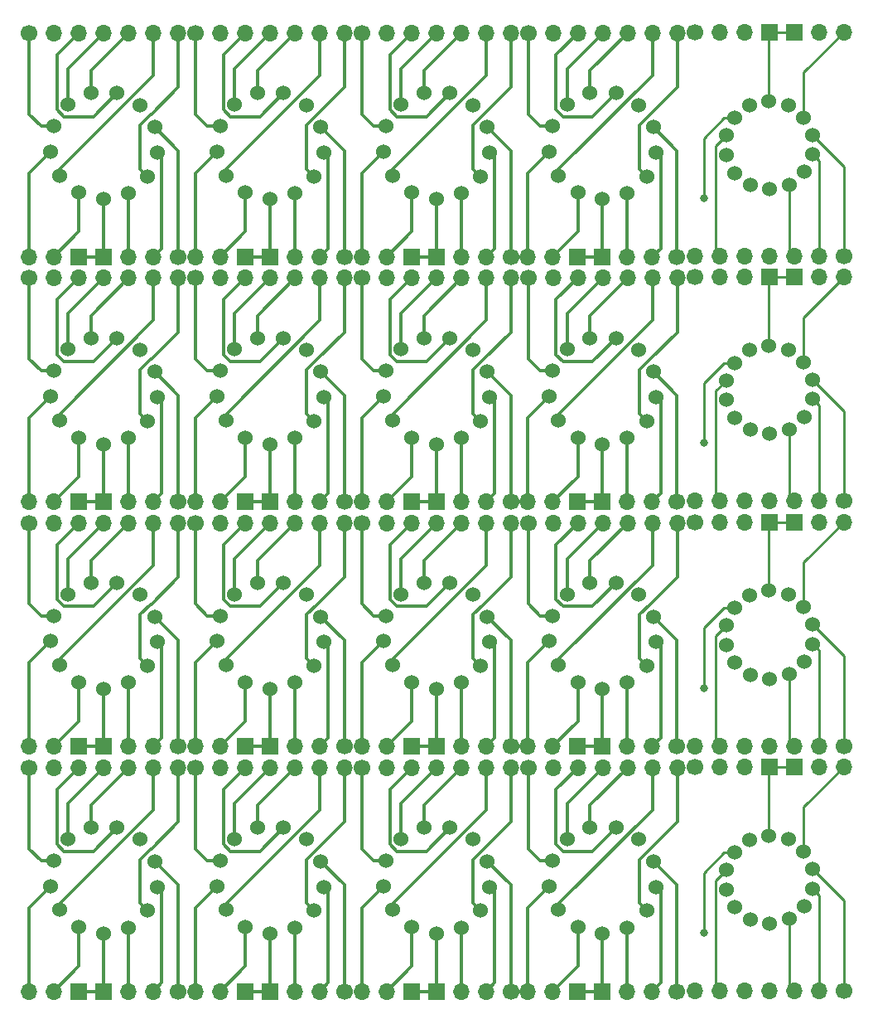
<source format=gtl>
G04 #@! TF.GenerationSoftware,KiCad,Pcbnew,(5.1.9)-1*
G04 #@! TF.CreationDate,2021-02-11T13:51:56+09:00*
G04 #@! TF.ProjectId,nixe-board-order,6e697865-2d62-46f6-9172-642d6f726465,rev?*
G04 #@! TF.SameCoordinates,Original*
G04 #@! TF.FileFunction,Copper,L1,Top*
G04 #@! TF.FilePolarity,Positive*
%FSLAX46Y46*%
G04 Gerber Fmt 4.6, Leading zero omitted, Abs format (unit mm)*
G04 Created by KiCad (PCBNEW (5.1.9)-1) date 2021-02-11 13:51:56*
%MOMM*%
%LPD*%
G01*
G04 APERTURE LIST*
G04 #@! TA.AperFunction,ComponentPad*
%ADD10C,1.524000*%
G04 #@! TD*
G04 #@! TA.AperFunction,ComponentPad*
%ADD11C,1.700000*%
G04 #@! TD*
G04 #@! TA.AperFunction,ComponentPad*
%ADD12O,1.700000X1.700000*%
G04 #@! TD*
G04 #@! TA.AperFunction,ComponentPad*
%ADD13R,1.700000X1.700000*%
G04 #@! TD*
G04 #@! TA.AperFunction,ViaPad*
%ADD14C,0.800000*%
G04 #@! TD*
G04 #@! TA.AperFunction,Conductor*
%ADD15C,0.300000*%
G04 #@! TD*
G04 #@! TA.AperFunction,Conductor*
%ADD16C,0.250000*%
G04 #@! TD*
G04 APERTURE END LIST*
D10*
X31940000Y-121440000D03*
X33910000Y-119730000D03*
X34880000Y-117290000D03*
X34610000Y-114690000D03*
X33120000Y-112450000D03*
X30780000Y-111230000D03*
X28120000Y-111230000D03*
X25770000Y-112410000D03*
X24300000Y-114610000D03*
X23970000Y-117210000D03*
X24900000Y-119640000D03*
X26880000Y-121390000D03*
X29400000Y-122080000D03*
X31940000Y-96440000D03*
X33910000Y-94730000D03*
X34880000Y-92290000D03*
X34610000Y-89690000D03*
X33120000Y-87450000D03*
X30780000Y-86230000D03*
X28120000Y-86230000D03*
X25770000Y-87410000D03*
X24300000Y-89610000D03*
X23970000Y-92210000D03*
X24900000Y-94640000D03*
X26880000Y-96390000D03*
X29400000Y-97080000D03*
X31940000Y-71440000D03*
X33910000Y-69730000D03*
X34880000Y-67290000D03*
X34610000Y-64690000D03*
X33120000Y-62450000D03*
X30780000Y-61230000D03*
X28120000Y-61230000D03*
X25770000Y-62410000D03*
X24300000Y-64610000D03*
X23970000Y-67210000D03*
X24900000Y-69640000D03*
X26880000Y-71390000D03*
X29400000Y-72080000D03*
D11*
X37020000Y-127950000D03*
D12*
X34480000Y-127950000D03*
X31940000Y-127950000D03*
D13*
X29400000Y-127950000D03*
X26860000Y-127950000D03*
D12*
X24320000Y-127950000D03*
X21780000Y-127950000D03*
D11*
X37020000Y-102950000D03*
D12*
X34480000Y-102950000D03*
X31940000Y-102950000D03*
D13*
X29400000Y-102950000D03*
X26860000Y-102950000D03*
D12*
X24320000Y-102950000D03*
X21780000Y-102950000D03*
D11*
X37020000Y-77950000D03*
D12*
X34480000Y-77950000D03*
X31940000Y-77950000D03*
D13*
X29400000Y-77950000D03*
X26860000Y-77950000D03*
D12*
X24320000Y-77950000D03*
X21780000Y-77950000D03*
D11*
X89810000Y-105030000D03*
D12*
X92350000Y-105030000D03*
X94890000Y-105030000D03*
D13*
X97430000Y-105030000D03*
X99970000Y-105030000D03*
D12*
X102510000Y-105030000D03*
X105050000Y-105030000D03*
D11*
X89810000Y-80030000D03*
D12*
X92350000Y-80030000D03*
X94890000Y-80030000D03*
D13*
X97430000Y-80030000D03*
X99970000Y-80030000D03*
D12*
X102510000Y-80030000D03*
X105050000Y-80030000D03*
D11*
X89810000Y-55030000D03*
D12*
X92350000Y-55030000D03*
X94890000Y-55030000D03*
D13*
X97430000Y-55030000D03*
X99970000Y-55030000D03*
D12*
X102510000Y-55030000D03*
X105050000Y-55030000D03*
D10*
X97440000Y-121040000D03*
X95510000Y-120620000D03*
X93920000Y-119390000D03*
X93070000Y-117560000D03*
X93060000Y-115570000D03*
X93900000Y-113770000D03*
X95460000Y-112490000D03*
X97410000Y-112040000D03*
X99370000Y-112450000D03*
X100950000Y-113710000D03*
X101830000Y-115500000D03*
X101850000Y-117490000D03*
X101030000Y-119290000D03*
X99480000Y-120570000D03*
X97440000Y-96040000D03*
X95510000Y-95620000D03*
X93920000Y-94390000D03*
X93070000Y-92560000D03*
X93060000Y-90570000D03*
X93900000Y-88770000D03*
X95460000Y-87490000D03*
X97410000Y-87040000D03*
X99370000Y-87450000D03*
X100950000Y-88710000D03*
X101830000Y-90500000D03*
X101850000Y-92490000D03*
X101030000Y-94290000D03*
X99480000Y-95570000D03*
X97440000Y-71040000D03*
X95510000Y-70620000D03*
X93920000Y-69390000D03*
X93070000Y-67560000D03*
X93060000Y-65570000D03*
X93900000Y-63770000D03*
X95460000Y-62490000D03*
X97410000Y-62040000D03*
X99370000Y-62450000D03*
X100950000Y-63710000D03*
X101830000Y-65500000D03*
X101850000Y-67490000D03*
X101030000Y-69290000D03*
X99480000Y-70570000D03*
D11*
X21790000Y-105120000D03*
D12*
X24330000Y-105120000D03*
X26870000Y-105120000D03*
X29410000Y-105120000D03*
X31950000Y-105120000D03*
X34490000Y-105120000D03*
X37030000Y-105120000D03*
D11*
X21790000Y-80120000D03*
D12*
X24330000Y-80120000D03*
X26870000Y-80120000D03*
X29410000Y-80120000D03*
X31950000Y-80120000D03*
X34490000Y-80120000D03*
X37030000Y-80120000D03*
D11*
X21790000Y-55120000D03*
D12*
X24330000Y-55120000D03*
X26870000Y-55120000D03*
X29410000Y-55120000D03*
X31950000Y-55120000D03*
X34490000Y-55120000D03*
X37030000Y-55120000D03*
D11*
X105040000Y-127890000D03*
D12*
X102500000Y-127890000D03*
X99960000Y-127890000D03*
X97420000Y-127890000D03*
X94880000Y-127890000D03*
X92340000Y-127890000D03*
X89800000Y-127890000D03*
D11*
X105040000Y-102890000D03*
D12*
X102500000Y-102890000D03*
X99960000Y-102890000D03*
X97420000Y-102890000D03*
X94880000Y-102890000D03*
X92340000Y-102890000D03*
X89800000Y-102890000D03*
D11*
X105040000Y-77890000D03*
D12*
X102500000Y-77890000D03*
X99960000Y-77890000D03*
X97420000Y-77890000D03*
X94880000Y-77890000D03*
X92340000Y-77890000D03*
X89800000Y-77890000D03*
X54030000Y-105120000D03*
X51490000Y-105120000D03*
X48950000Y-105120000D03*
X46410000Y-105120000D03*
X43870000Y-105120000D03*
X41330000Y-105120000D03*
D11*
X38790000Y-105120000D03*
D12*
X54030000Y-80120000D03*
X51490000Y-80120000D03*
X48950000Y-80120000D03*
X46410000Y-80120000D03*
X43870000Y-80120000D03*
X41330000Y-80120000D03*
D11*
X38790000Y-80120000D03*
D12*
X54030000Y-55120000D03*
X51490000Y-55120000D03*
X48950000Y-55120000D03*
X46410000Y-55120000D03*
X43870000Y-55120000D03*
X41330000Y-55120000D03*
D11*
X38790000Y-55120000D03*
D12*
X71030000Y-105120000D03*
X68490000Y-105120000D03*
X65950000Y-105120000D03*
X63410000Y-105120000D03*
X60870000Y-105120000D03*
X58330000Y-105120000D03*
D11*
X55790000Y-105120000D03*
D12*
X71030000Y-80120000D03*
X68490000Y-80120000D03*
X65950000Y-80120000D03*
X63410000Y-80120000D03*
X60870000Y-80120000D03*
X58330000Y-80120000D03*
D11*
X55790000Y-80120000D03*
D12*
X71030000Y-55120000D03*
X68490000Y-55120000D03*
X65950000Y-55120000D03*
X63410000Y-55120000D03*
X60870000Y-55120000D03*
X58330000Y-55120000D03*
D11*
X55790000Y-55120000D03*
D12*
X38780000Y-127950000D03*
X41320000Y-127950000D03*
D13*
X43860000Y-127950000D03*
X46400000Y-127950000D03*
D12*
X48940000Y-127950000D03*
X51480000Y-127950000D03*
D11*
X54020000Y-127950000D03*
D12*
X38780000Y-102950000D03*
X41320000Y-102950000D03*
D13*
X43860000Y-102950000D03*
X46400000Y-102950000D03*
D12*
X48940000Y-102950000D03*
X51480000Y-102950000D03*
D11*
X54020000Y-102950000D03*
D12*
X38780000Y-77950000D03*
X41320000Y-77950000D03*
D13*
X43860000Y-77950000D03*
X46400000Y-77950000D03*
D12*
X48940000Y-77950000D03*
X51480000Y-77950000D03*
D11*
X54020000Y-77950000D03*
D12*
X55780000Y-127950000D03*
X58320000Y-127950000D03*
D13*
X60860000Y-127950000D03*
X63400000Y-127950000D03*
D12*
X65940000Y-127950000D03*
X68480000Y-127950000D03*
D11*
X71020000Y-127950000D03*
D12*
X55780000Y-102950000D03*
X58320000Y-102950000D03*
D13*
X60860000Y-102950000D03*
X63400000Y-102950000D03*
D12*
X65940000Y-102950000D03*
X68480000Y-102950000D03*
D11*
X71020000Y-102950000D03*
D12*
X55780000Y-77950000D03*
X58320000Y-77950000D03*
D13*
X60860000Y-77950000D03*
X63400000Y-77950000D03*
D12*
X65940000Y-77950000D03*
X68480000Y-77950000D03*
D11*
X71020000Y-77950000D03*
D12*
X72780000Y-127950000D03*
X75320000Y-127950000D03*
D13*
X77860000Y-127950000D03*
X80400000Y-127950000D03*
D12*
X82940000Y-127950000D03*
X85480000Y-127950000D03*
D11*
X88020000Y-127950000D03*
D12*
X72780000Y-102950000D03*
X75320000Y-102950000D03*
D13*
X77860000Y-102950000D03*
X80400000Y-102950000D03*
D12*
X82940000Y-102950000D03*
X85480000Y-102950000D03*
D11*
X88020000Y-102950000D03*
D12*
X72780000Y-77950000D03*
X75320000Y-77950000D03*
D13*
X77860000Y-77950000D03*
X80400000Y-77950000D03*
D12*
X82940000Y-77950000D03*
X85480000Y-77950000D03*
D11*
X88020000Y-77950000D03*
D10*
X80400000Y-122080000D03*
X77880000Y-121390000D03*
X75900000Y-119640000D03*
X74970000Y-117210000D03*
X75300000Y-114610000D03*
X76770000Y-112410000D03*
X79120000Y-111230000D03*
X81780000Y-111230000D03*
X84120000Y-112450000D03*
X85610000Y-114690000D03*
X85880000Y-117290000D03*
X84910000Y-119730000D03*
X82940000Y-121440000D03*
X80400000Y-97080000D03*
X77880000Y-96390000D03*
X75900000Y-94640000D03*
X74970000Y-92210000D03*
X75300000Y-89610000D03*
X76770000Y-87410000D03*
X79120000Y-86230000D03*
X81780000Y-86230000D03*
X84120000Y-87450000D03*
X85610000Y-89690000D03*
X85880000Y-92290000D03*
X84910000Y-94730000D03*
X82940000Y-96440000D03*
X80400000Y-72080000D03*
X77880000Y-71390000D03*
X75900000Y-69640000D03*
X74970000Y-67210000D03*
X75300000Y-64610000D03*
X76770000Y-62410000D03*
X79120000Y-61230000D03*
X81780000Y-61230000D03*
X84120000Y-62450000D03*
X85610000Y-64690000D03*
X85880000Y-67290000D03*
X84910000Y-69730000D03*
X82940000Y-71440000D03*
X46400000Y-122080000D03*
X43880000Y-121390000D03*
X41900000Y-119640000D03*
X40970000Y-117210000D03*
X41300000Y-114610000D03*
X42770000Y-112410000D03*
X45120000Y-111230000D03*
X47780000Y-111230000D03*
X50120000Y-112450000D03*
X51610000Y-114690000D03*
X51880000Y-117290000D03*
X50910000Y-119730000D03*
X48940000Y-121440000D03*
X46400000Y-97080000D03*
X43880000Y-96390000D03*
X41900000Y-94640000D03*
X40970000Y-92210000D03*
X41300000Y-89610000D03*
X42770000Y-87410000D03*
X45120000Y-86230000D03*
X47780000Y-86230000D03*
X50120000Y-87450000D03*
X51610000Y-89690000D03*
X51880000Y-92290000D03*
X50910000Y-94730000D03*
X48940000Y-96440000D03*
X46400000Y-72080000D03*
X43880000Y-71390000D03*
X41900000Y-69640000D03*
X40970000Y-67210000D03*
X41300000Y-64610000D03*
X42770000Y-62410000D03*
X45120000Y-61230000D03*
X47780000Y-61230000D03*
X50120000Y-62450000D03*
X51610000Y-64690000D03*
X51880000Y-67290000D03*
X50910000Y-69730000D03*
X48940000Y-71440000D03*
X63400000Y-122080000D03*
X60880000Y-121390000D03*
X58900000Y-119640000D03*
X57970000Y-117210000D03*
X58300000Y-114610000D03*
X59770000Y-112410000D03*
X62120000Y-111230000D03*
X64780000Y-111230000D03*
X67120000Y-112450000D03*
X68610000Y-114690000D03*
X68880000Y-117290000D03*
X67910000Y-119730000D03*
X65940000Y-121440000D03*
X63400000Y-97080000D03*
X60880000Y-96390000D03*
X58900000Y-94640000D03*
X57970000Y-92210000D03*
X58300000Y-89610000D03*
X59770000Y-87410000D03*
X62120000Y-86230000D03*
X64780000Y-86230000D03*
X67120000Y-87450000D03*
X68610000Y-89690000D03*
X68880000Y-92290000D03*
X67910000Y-94730000D03*
X65940000Y-96440000D03*
X63400000Y-72080000D03*
X60880000Y-71390000D03*
X58900000Y-69640000D03*
X57970000Y-67210000D03*
X58300000Y-64610000D03*
X59770000Y-62410000D03*
X62120000Y-61230000D03*
X64780000Y-61230000D03*
X67120000Y-62450000D03*
X68610000Y-64690000D03*
X68880000Y-67290000D03*
X67910000Y-69730000D03*
X65940000Y-71440000D03*
D12*
X88030000Y-105120000D03*
X85490000Y-105120000D03*
X82950000Y-105120000D03*
X80410000Y-105120000D03*
X77870000Y-105120000D03*
X75330000Y-105120000D03*
D11*
X72790000Y-105120000D03*
D12*
X88030000Y-80120000D03*
X85490000Y-80120000D03*
X82950000Y-80120000D03*
X80410000Y-80120000D03*
X77870000Y-80120000D03*
X75330000Y-80120000D03*
D11*
X72790000Y-80120000D03*
D12*
X88030000Y-55120000D03*
X85490000Y-55120000D03*
X82950000Y-55120000D03*
X80410000Y-55120000D03*
X77870000Y-55120000D03*
X75330000Y-55120000D03*
D11*
X72790000Y-55120000D03*
D10*
X82940000Y-46440000D03*
X84910000Y-44730000D03*
X85880000Y-42290000D03*
X85610000Y-39690000D03*
X84120000Y-37450000D03*
X81780000Y-36230000D03*
X79120000Y-36230000D03*
X76770000Y-37410000D03*
X75300000Y-39610000D03*
X74970000Y-42210000D03*
X75900000Y-44640000D03*
X77880000Y-46390000D03*
X80400000Y-47080000D03*
X65940000Y-46440000D03*
X67910000Y-44730000D03*
X68880000Y-42290000D03*
X68610000Y-39690000D03*
X67120000Y-37450000D03*
X64780000Y-36230000D03*
X62120000Y-36230000D03*
X59770000Y-37410000D03*
X58300000Y-39610000D03*
X57970000Y-42210000D03*
X58900000Y-44640000D03*
X60880000Y-46390000D03*
X63400000Y-47080000D03*
X48940000Y-46440000D03*
X50910000Y-44730000D03*
X51880000Y-42290000D03*
X51610000Y-39690000D03*
X50120000Y-37450000D03*
X47780000Y-36230000D03*
X45120000Y-36230000D03*
X42770000Y-37410000D03*
X41300000Y-39610000D03*
X40970000Y-42210000D03*
X41900000Y-44640000D03*
X43880000Y-46390000D03*
X46400000Y-47080000D03*
D11*
X88020000Y-52950000D03*
D12*
X85480000Y-52950000D03*
X82940000Y-52950000D03*
D13*
X80400000Y-52950000D03*
X77860000Y-52950000D03*
D12*
X75320000Y-52950000D03*
X72780000Y-52950000D03*
D11*
X71020000Y-52950000D03*
D12*
X68480000Y-52950000D03*
X65940000Y-52950000D03*
D13*
X63400000Y-52950000D03*
X60860000Y-52950000D03*
D12*
X58320000Y-52950000D03*
X55780000Y-52950000D03*
D11*
X54020000Y-52950000D03*
D12*
X51480000Y-52950000D03*
X48940000Y-52950000D03*
D13*
X46400000Y-52950000D03*
X43860000Y-52950000D03*
D12*
X41320000Y-52950000D03*
X38780000Y-52950000D03*
D11*
X72790000Y-30120000D03*
D12*
X75330000Y-30120000D03*
X77870000Y-30120000D03*
X80410000Y-30120000D03*
X82950000Y-30120000D03*
X85490000Y-30120000D03*
X88030000Y-30120000D03*
D11*
X55790000Y-30120000D03*
D12*
X58330000Y-30120000D03*
X60870000Y-30120000D03*
X63410000Y-30120000D03*
X65950000Y-30120000D03*
X68490000Y-30120000D03*
X71030000Y-30120000D03*
D11*
X38790000Y-30120000D03*
D12*
X41330000Y-30120000D03*
X43870000Y-30120000D03*
X46410000Y-30120000D03*
X48950000Y-30120000D03*
X51490000Y-30120000D03*
X54030000Y-30120000D03*
D10*
X29400000Y-47080000D03*
X26880000Y-46390000D03*
X24900000Y-44640000D03*
X23970000Y-42210000D03*
X24300000Y-39610000D03*
X25770000Y-37410000D03*
X28120000Y-36230000D03*
X30780000Y-36230000D03*
X33120000Y-37450000D03*
X34610000Y-39690000D03*
X34880000Y-42290000D03*
X33910000Y-44730000D03*
X31940000Y-46440000D03*
D12*
X21780000Y-52950000D03*
X24320000Y-52950000D03*
D13*
X26860000Y-52950000D03*
X29400000Y-52950000D03*
D12*
X31940000Y-52950000D03*
X34480000Y-52950000D03*
D11*
X37020000Y-52950000D03*
D12*
X37030000Y-30120000D03*
X34490000Y-30120000D03*
X31950000Y-30120000D03*
X29410000Y-30120000D03*
X26870000Y-30120000D03*
X24330000Y-30120000D03*
D11*
X21790000Y-30120000D03*
D12*
X89800000Y-52890000D03*
X92340000Y-52890000D03*
X94880000Y-52890000D03*
X97420000Y-52890000D03*
X99960000Y-52890000D03*
X102500000Y-52890000D03*
D11*
X105040000Y-52890000D03*
D12*
X105050000Y-30030000D03*
X102510000Y-30030000D03*
D13*
X99970000Y-30030000D03*
X97430000Y-30030000D03*
D12*
X94890000Y-30030000D03*
X92350000Y-30030000D03*
D11*
X89810000Y-30030000D03*
D10*
X99480000Y-45570000D03*
X101030000Y-44290000D03*
X101850000Y-42490000D03*
X101830000Y-40500000D03*
X100950000Y-38710000D03*
X99370000Y-37450000D03*
X97410000Y-37040000D03*
X95460000Y-37490000D03*
X93900000Y-38770000D03*
X93060000Y-40570000D03*
X93070000Y-42560000D03*
X93920000Y-44390000D03*
X95510000Y-45620000D03*
X97440000Y-46040000D03*
D14*
X90750000Y-46970000D03*
X90750000Y-71970000D03*
X90750000Y-96970000D03*
X90750000Y-121970000D03*
D15*
X21780000Y-44400000D02*
X21780000Y-52950000D01*
X23970000Y-42210000D02*
X21780000Y-44400000D01*
X38780000Y-44400000D02*
X38780000Y-52950000D01*
X55780000Y-44400000D02*
X55780000Y-52950000D01*
X72780000Y-44400000D02*
X72780000Y-52950000D01*
X40970000Y-42210000D02*
X38780000Y-44400000D01*
X57970000Y-42210000D02*
X55780000Y-44400000D01*
X74970000Y-42210000D02*
X72780000Y-44400000D01*
D16*
X100950000Y-34130000D02*
X105050000Y-30030000D01*
X100950000Y-38710000D02*
X100950000Y-34130000D01*
X100950000Y-63710000D02*
X100950000Y-59130000D01*
X100950000Y-88710000D02*
X100950000Y-84130000D01*
X100950000Y-113710000D02*
X100950000Y-109130000D01*
X100950000Y-59130000D02*
X105050000Y-55030000D01*
X100950000Y-84130000D02*
X105050000Y-80030000D01*
X100950000Y-109130000D02*
X105050000Y-105030000D01*
D15*
X21780000Y-69400000D02*
X21780000Y-77950000D01*
X21780000Y-94400000D02*
X21780000Y-102950000D01*
X21780000Y-119400000D02*
X21780000Y-127950000D01*
X38780000Y-69400000D02*
X38780000Y-77950000D01*
X38780000Y-94400000D02*
X38780000Y-102950000D01*
X38780000Y-119400000D02*
X38780000Y-127950000D01*
X55780000Y-69400000D02*
X55780000Y-77950000D01*
X55780000Y-94400000D02*
X55780000Y-102950000D01*
X55780000Y-119400000D02*
X55780000Y-127950000D01*
X23970000Y-67210000D02*
X21780000Y-69400000D01*
X23970000Y-92210000D02*
X21780000Y-94400000D01*
X23970000Y-117210000D02*
X21780000Y-119400000D01*
X72780000Y-69400000D02*
X72780000Y-77950000D01*
X72780000Y-94400000D02*
X72780000Y-102950000D01*
X72780000Y-119400000D02*
X72780000Y-127950000D01*
X40970000Y-67210000D02*
X38780000Y-69400000D01*
X40970000Y-92210000D02*
X38780000Y-94400000D01*
X40970000Y-117210000D02*
X38780000Y-119400000D01*
X57970000Y-67210000D02*
X55780000Y-69400000D01*
X57970000Y-92210000D02*
X55780000Y-94400000D01*
X57970000Y-117210000D02*
X55780000Y-119400000D01*
X74970000Y-67210000D02*
X72780000Y-69400000D01*
X74970000Y-92210000D02*
X72780000Y-94400000D01*
X74970000Y-117210000D02*
X72780000Y-119400000D01*
X26880000Y-50390000D02*
X24320000Y-52950000D01*
X26880000Y-46390000D02*
X26880000Y-50390000D01*
X43880000Y-46390000D02*
X43880000Y-50390000D01*
X60880000Y-46390000D02*
X60880000Y-50390000D01*
X77880000Y-46390000D02*
X77880000Y-50390000D01*
X43880000Y-50390000D02*
X41320000Y-52950000D01*
X60880000Y-50390000D02*
X58320000Y-52950000D01*
X77880000Y-50390000D02*
X75320000Y-52950000D01*
X43880000Y-75390000D02*
X41320000Y-77950000D01*
X43880000Y-100390000D02*
X41320000Y-102950000D01*
X43880000Y-125390000D02*
X41320000Y-127950000D01*
X77880000Y-75390000D02*
X75320000Y-77950000D01*
X77880000Y-100390000D02*
X75320000Y-102950000D01*
X77880000Y-125390000D02*
X75320000Y-127950000D01*
X60880000Y-75390000D02*
X58320000Y-77950000D01*
X60880000Y-100390000D02*
X58320000Y-102950000D01*
X60880000Y-125390000D02*
X58320000Y-127950000D01*
X43880000Y-71390000D02*
X43880000Y-75390000D01*
X43880000Y-96390000D02*
X43880000Y-100390000D01*
X43880000Y-121390000D02*
X43880000Y-125390000D01*
X26880000Y-75390000D02*
X24320000Y-77950000D01*
X26880000Y-100390000D02*
X24320000Y-102950000D01*
X26880000Y-125390000D02*
X24320000Y-127950000D01*
X26880000Y-71390000D02*
X26880000Y-75390000D01*
X26880000Y-96390000D02*
X26880000Y-100390000D01*
X26880000Y-121390000D02*
X26880000Y-125390000D01*
X60880000Y-71390000D02*
X60880000Y-75390000D01*
X60880000Y-96390000D02*
X60880000Y-100390000D01*
X60880000Y-121390000D02*
X60880000Y-125390000D01*
X77880000Y-71390000D02*
X77880000Y-75390000D01*
X77880000Y-96390000D02*
X77880000Y-100390000D01*
X77880000Y-121390000D02*
X77880000Y-125390000D01*
X29400000Y-47080000D02*
X29400000Y-52950000D01*
X29400000Y-52950000D02*
X26860000Y-52950000D01*
X46400000Y-52950000D02*
X43860000Y-52950000D01*
X63400000Y-52950000D02*
X60860000Y-52950000D01*
X80400000Y-52950000D02*
X77860000Y-52950000D01*
X46400000Y-47080000D02*
X46400000Y-52950000D01*
X63400000Y-47080000D02*
X63400000Y-52950000D01*
X80400000Y-47080000D02*
X80400000Y-52950000D01*
D16*
X97410000Y-30050000D02*
X97430000Y-30030000D01*
X97410000Y-37040000D02*
X97410000Y-30050000D01*
X97430000Y-30030000D02*
X99970000Y-30030000D01*
D15*
X80400000Y-77950000D02*
X77860000Y-77950000D01*
X80400000Y-102950000D02*
X77860000Y-102950000D01*
X80400000Y-127950000D02*
X77860000Y-127950000D01*
X46400000Y-72080000D02*
X46400000Y-77950000D01*
X46400000Y-97080000D02*
X46400000Y-102950000D01*
X46400000Y-122080000D02*
X46400000Y-127950000D01*
X29400000Y-77950000D02*
X26860000Y-77950000D01*
X29400000Y-102950000D02*
X26860000Y-102950000D01*
X29400000Y-127950000D02*
X26860000Y-127950000D01*
X29400000Y-72080000D02*
X29400000Y-77950000D01*
X29400000Y-97080000D02*
X29400000Y-102950000D01*
X29400000Y-122080000D02*
X29400000Y-127950000D01*
X46400000Y-77950000D02*
X43860000Y-77950000D01*
X46400000Y-102950000D02*
X43860000Y-102950000D01*
X46400000Y-127950000D02*
X43860000Y-127950000D01*
X63400000Y-77950000D02*
X60860000Y-77950000D01*
X63400000Y-102950000D02*
X60860000Y-102950000D01*
X63400000Y-127950000D02*
X60860000Y-127950000D01*
X80400000Y-72080000D02*
X80400000Y-77950000D01*
X80400000Y-97080000D02*
X80400000Y-102950000D01*
X80400000Y-122080000D02*
X80400000Y-127950000D01*
X63400000Y-72080000D02*
X63400000Y-77950000D01*
X63400000Y-97080000D02*
X63400000Y-102950000D01*
X63400000Y-122080000D02*
X63400000Y-127950000D01*
D16*
X97410000Y-62040000D02*
X97410000Y-55050000D01*
X97410000Y-87040000D02*
X97410000Y-80050000D01*
X97410000Y-112040000D02*
X97410000Y-105050000D01*
X97410000Y-55050000D02*
X97430000Y-55030000D01*
X97410000Y-80050000D02*
X97430000Y-80030000D01*
X97410000Y-105050000D02*
X97430000Y-105030000D01*
X97430000Y-55030000D02*
X99970000Y-55030000D01*
X97430000Y-80030000D02*
X99970000Y-80030000D01*
X97430000Y-105030000D02*
X99970000Y-105030000D01*
D15*
X31940000Y-52950000D02*
X31940000Y-46440000D01*
X48940000Y-52950000D02*
X48940000Y-46440000D01*
X65940000Y-52950000D02*
X65940000Y-46440000D01*
X82940000Y-52950000D02*
X82940000Y-46440000D01*
X65940000Y-77950000D02*
X65940000Y-71440000D01*
X65940000Y-102950000D02*
X65940000Y-96440000D01*
X65940000Y-127950000D02*
X65940000Y-121440000D01*
X31940000Y-77950000D02*
X31940000Y-71440000D01*
X31940000Y-102950000D02*
X31940000Y-96440000D01*
X31940000Y-127950000D02*
X31940000Y-121440000D01*
X82940000Y-77950000D02*
X82940000Y-71440000D01*
X82940000Y-102950000D02*
X82940000Y-96440000D01*
X82940000Y-127950000D02*
X82940000Y-121440000D01*
X48940000Y-77950000D02*
X48940000Y-71440000D01*
X48940000Y-102950000D02*
X48940000Y-96440000D01*
X48940000Y-127950000D02*
X48940000Y-121440000D01*
X35329999Y-42739999D02*
X34880000Y-42290000D01*
X35329999Y-52100001D02*
X35329999Y-42739999D01*
X34480000Y-52950000D02*
X35329999Y-52100001D01*
X51480000Y-52950000D02*
X52329999Y-52100001D01*
X68480000Y-52950000D02*
X69329999Y-52100001D01*
X85480000Y-52950000D02*
X86329999Y-52100001D01*
X52329999Y-52100001D02*
X52329999Y-42739999D01*
X69329999Y-52100001D02*
X69329999Y-42739999D01*
X86329999Y-52100001D02*
X86329999Y-42739999D01*
X52329999Y-42739999D02*
X51880000Y-42290000D01*
X69329999Y-42739999D02*
X68880000Y-42290000D01*
X86329999Y-42739999D02*
X85880000Y-42290000D01*
X52329999Y-77100001D02*
X52329999Y-67739999D01*
X52329999Y-102100001D02*
X52329999Y-92739999D01*
X52329999Y-127100001D02*
X52329999Y-117739999D01*
X35329999Y-67739999D02*
X34880000Y-67290000D01*
X35329999Y-92739999D02*
X34880000Y-92290000D01*
X35329999Y-117739999D02*
X34880000Y-117290000D01*
X34480000Y-77950000D02*
X35329999Y-77100001D01*
X34480000Y-102950000D02*
X35329999Y-102100001D01*
X34480000Y-127950000D02*
X35329999Y-127100001D01*
X35329999Y-77100001D02*
X35329999Y-67739999D01*
X35329999Y-102100001D02*
X35329999Y-92739999D01*
X35329999Y-127100001D02*
X35329999Y-117739999D01*
X51480000Y-77950000D02*
X52329999Y-77100001D01*
X51480000Y-102950000D02*
X52329999Y-102100001D01*
X51480000Y-127950000D02*
X52329999Y-127100001D01*
X86329999Y-77100001D02*
X86329999Y-67739999D01*
X86329999Y-102100001D02*
X86329999Y-92739999D01*
X86329999Y-127100001D02*
X86329999Y-117739999D01*
X52329999Y-67739999D02*
X51880000Y-67290000D01*
X52329999Y-92739999D02*
X51880000Y-92290000D01*
X52329999Y-117739999D02*
X51880000Y-117290000D01*
X69329999Y-67739999D02*
X68880000Y-67290000D01*
X69329999Y-92739999D02*
X68880000Y-92290000D01*
X69329999Y-117739999D02*
X68880000Y-117290000D01*
X68480000Y-77950000D02*
X69329999Y-77100001D01*
X68480000Y-102950000D02*
X69329999Y-102100001D01*
X68480000Y-127950000D02*
X69329999Y-127100001D01*
X85480000Y-77950000D02*
X86329999Y-77100001D01*
X85480000Y-102950000D02*
X86329999Y-102100001D01*
X85480000Y-127950000D02*
X86329999Y-127100001D01*
X69329999Y-77100001D02*
X69329999Y-67739999D01*
X69329999Y-102100001D02*
X69329999Y-92739999D01*
X69329999Y-127100001D02*
X69329999Y-117739999D01*
X86329999Y-67739999D02*
X85880000Y-67290000D01*
X86329999Y-92739999D02*
X85880000Y-92290000D01*
X86329999Y-117739999D02*
X85880000Y-117290000D01*
X37020000Y-42100000D02*
X34610000Y-39690000D01*
X37020000Y-52950000D02*
X37020000Y-42100000D01*
X54020000Y-42100000D02*
X51610000Y-39690000D01*
X71020000Y-42100000D02*
X68610000Y-39690000D01*
X88020000Y-42100000D02*
X85610000Y-39690000D01*
X54020000Y-52950000D02*
X54020000Y-42100000D01*
X71020000Y-52950000D02*
X71020000Y-42100000D01*
X88020000Y-52950000D02*
X88020000Y-42100000D01*
X37020000Y-67100000D02*
X34610000Y-64690000D01*
X37020000Y-92100000D02*
X34610000Y-89690000D01*
X37020000Y-117100000D02*
X34610000Y-114690000D01*
X37020000Y-77950000D02*
X37020000Y-67100000D01*
X37020000Y-102950000D02*
X37020000Y-92100000D01*
X37020000Y-127950000D02*
X37020000Y-117100000D01*
X54020000Y-67100000D02*
X51610000Y-64690000D01*
X54020000Y-92100000D02*
X51610000Y-89690000D01*
X54020000Y-117100000D02*
X51610000Y-114690000D01*
X71020000Y-67100000D02*
X68610000Y-64690000D01*
X71020000Y-92100000D02*
X68610000Y-89690000D01*
X71020000Y-117100000D02*
X68610000Y-114690000D01*
X88020000Y-67100000D02*
X85610000Y-64690000D01*
X88020000Y-92100000D02*
X85610000Y-89690000D01*
X88020000Y-117100000D02*
X85610000Y-114690000D01*
X54020000Y-77950000D02*
X54020000Y-67100000D01*
X54020000Y-102950000D02*
X54020000Y-92100000D01*
X54020000Y-127950000D02*
X54020000Y-117100000D01*
X71020000Y-77950000D02*
X71020000Y-67100000D01*
X71020000Y-102950000D02*
X71020000Y-92100000D01*
X71020000Y-127950000D02*
X71020000Y-117100000D01*
X88020000Y-77950000D02*
X88020000Y-67100000D01*
X88020000Y-102950000D02*
X88020000Y-92100000D01*
X88020000Y-127950000D02*
X88020000Y-117100000D01*
X33148001Y-39506237D02*
X34244238Y-38410000D01*
X33148001Y-43968001D02*
X33148001Y-39506237D01*
X33910000Y-44730000D02*
X33148001Y-43968001D01*
X34244238Y-38410000D02*
X34260000Y-38410000D01*
X37030000Y-35640000D02*
X37030000Y-30120000D01*
X34260000Y-38410000D02*
X37030000Y-35640000D01*
X50910000Y-44730000D02*
X50148001Y-43968001D01*
X67910000Y-44730000D02*
X67148001Y-43968001D01*
X84910000Y-44730000D02*
X84148001Y-43968001D01*
X54030000Y-35640000D02*
X54030000Y-30120000D01*
X71030000Y-35640000D02*
X71030000Y-30120000D01*
X88030000Y-35640000D02*
X88030000Y-30120000D01*
X51244238Y-38410000D02*
X51260000Y-38410000D01*
X68244238Y-38410000D02*
X68260000Y-38410000D01*
X85244238Y-38410000D02*
X85260000Y-38410000D01*
X50148001Y-39506237D02*
X51244238Y-38410000D01*
X67148001Y-39506237D02*
X68244238Y-38410000D01*
X84148001Y-39506237D02*
X85244238Y-38410000D01*
X50148001Y-43968001D02*
X50148001Y-39506237D01*
X67148001Y-43968001D02*
X67148001Y-39506237D01*
X84148001Y-43968001D02*
X84148001Y-39506237D01*
X51260000Y-38410000D02*
X54030000Y-35640000D01*
X68260000Y-38410000D02*
X71030000Y-35640000D01*
X85260000Y-38410000D02*
X88030000Y-35640000D01*
X84148001Y-68968001D02*
X84148001Y-64506237D01*
X84148001Y-93968001D02*
X84148001Y-89506237D01*
X84148001Y-118968001D02*
X84148001Y-114506237D01*
X33148001Y-68968001D02*
X33148001Y-64506237D01*
X33148001Y-93968001D02*
X33148001Y-89506237D01*
X33148001Y-118968001D02*
X33148001Y-114506237D01*
X33148001Y-64506237D02*
X34244238Y-63410000D01*
X33148001Y-89506237D02*
X34244238Y-88410000D01*
X33148001Y-114506237D02*
X34244238Y-113410000D01*
X34260000Y-63410000D02*
X37030000Y-60640000D01*
X34260000Y-88410000D02*
X37030000Y-85640000D01*
X34260000Y-113410000D02*
X37030000Y-110640000D01*
X85260000Y-63410000D02*
X88030000Y-60640000D01*
X85260000Y-88410000D02*
X88030000Y-85640000D01*
X85260000Y-113410000D02*
X88030000Y-110640000D01*
X34244238Y-63410000D02*
X34260000Y-63410000D01*
X34244238Y-88410000D02*
X34260000Y-88410000D01*
X34244238Y-113410000D02*
X34260000Y-113410000D01*
X88030000Y-60640000D02*
X88030000Y-55120000D01*
X88030000Y-85640000D02*
X88030000Y-80120000D01*
X88030000Y-110640000D02*
X88030000Y-105120000D01*
X71030000Y-60640000D02*
X71030000Y-55120000D01*
X71030000Y-85640000D02*
X71030000Y-80120000D01*
X71030000Y-110640000D02*
X71030000Y-105120000D01*
X84910000Y-69730000D02*
X84148001Y-68968001D01*
X84910000Y-94730000D02*
X84148001Y-93968001D01*
X84910000Y-119730000D02*
X84148001Y-118968001D01*
X68260000Y-63410000D02*
X71030000Y-60640000D01*
X68260000Y-88410000D02*
X71030000Y-85640000D01*
X68260000Y-113410000D02*
X71030000Y-110640000D01*
X51244238Y-63410000D02*
X51260000Y-63410000D01*
X51244238Y-88410000D02*
X51260000Y-88410000D01*
X51244238Y-113410000D02*
X51260000Y-113410000D01*
X84148001Y-64506237D02*
X85244238Y-63410000D01*
X84148001Y-89506237D02*
X85244238Y-88410000D01*
X84148001Y-114506237D02*
X85244238Y-113410000D01*
X67148001Y-68968001D02*
X67148001Y-64506237D01*
X67148001Y-93968001D02*
X67148001Y-89506237D01*
X67148001Y-118968001D02*
X67148001Y-114506237D01*
X33910000Y-69730000D02*
X33148001Y-68968001D01*
X33910000Y-94730000D02*
X33148001Y-93968001D01*
X33910000Y-119730000D02*
X33148001Y-118968001D01*
X67910000Y-69730000D02*
X67148001Y-68968001D01*
X67910000Y-94730000D02*
X67148001Y-93968001D01*
X67910000Y-119730000D02*
X67148001Y-118968001D01*
X54030000Y-60640000D02*
X54030000Y-55120000D01*
X54030000Y-85640000D02*
X54030000Y-80120000D01*
X54030000Y-110640000D02*
X54030000Y-105120000D01*
X50148001Y-64506237D02*
X51244238Y-63410000D01*
X50148001Y-89506237D02*
X51244238Y-88410000D01*
X50148001Y-114506237D02*
X51244238Y-113410000D01*
X68244238Y-63410000D02*
X68260000Y-63410000D01*
X68244238Y-88410000D02*
X68260000Y-88410000D01*
X68244238Y-113410000D02*
X68260000Y-113410000D01*
X50148001Y-68968001D02*
X50148001Y-64506237D01*
X50148001Y-93968001D02*
X50148001Y-89506237D01*
X50148001Y-118968001D02*
X50148001Y-114506237D01*
X67148001Y-64506237D02*
X68244238Y-63410000D01*
X67148001Y-89506237D02*
X68244238Y-88410000D01*
X67148001Y-114506237D02*
X68244238Y-113410000D01*
X51260000Y-63410000D02*
X54030000Y-60640000D01*
X51260000Y-88410000D02*
X54030000Y-85640000D01*
X51260000Y-113410000D02*
X54030000Y-110640000D01*
X50910000Y-69730000D02*
X50148001Y-68968001D01*
X50910000Y-94730000D02*
X50148001Y-93968001D01*
X50910000Y-119730000D02*
X50148001Y-118968001D01*
X37030000Y-60640000D02*
X37030000Y-55120000D01*
X37030000Y-85640000D02*
X37030000Y-80120000D01*
X37030000Y-110640000D02*
X37030000Y-105120000D01*
X85244238Y-63410000D02*
X85260000Y-63410000D01*
X85244238Y-88410000D02*
X85260000Y-88410000D01*
X85244238Y-113410000D02*
X85260000Y-113410000D01*
X34490000Y-34434238D02*
X34490000Y-30120000D01*
X24900000Y-44024238D02*
X34490000Y-34434238D01*
X24900000Y-44640000D02*
X24900000Y-44024238D01*
X41900000Y-44024238D02*
X51490000Y-34434238D01*
X58900000Y-44024238D02*
X68490000Y-34434238D01*
X75900000Y-44024238D02*
X85490000Y-34434238D01*
X51490000Y-34434238D02*
X51490000Y-30120000D01*
X68490000Y-34434238D02*
X68490000Y-30120000D01*
X85490000Y-34434238D02*
X85490000Y-30120000D01*
X41900000Y-44640000D02*
X41900000Y-44024238D01*
X58900000Y-44640000D02*
X58900000Y-44024238D01*
X75900000Y-44640000D02*
X75900000Y-44024238D01*
D16*
X92870000Y-40570000D02*
X93060000Y-40570000D01*
X91982999Y-52532999D02*
X92340000Y-52890000D01*
X91982999Y-41647001D02*
X91982999Y-52532999D01*
X93060000Y-40570000D02*
X91982999Y-41647001D01*
D15*
X68490000Y-59434238D02*
X68490000Y-55120000D01*
X68490000Y-84434238D02*
X68490000Y-80120000D01*
X68490000Y-109434238D02*
X68490000Y-105120000D01*
X75900000Y-69024238D02*
X85490000Y-59434238D01*
X75900000Y-94024238D02*
X85490000Y-84434238D01*
X75900000Y-119024238D02*
X85490000Y-109434238D01*
X34490000Y-59434238D02*
X34490000Y-55120000D01*
X34490000Y-84434238D02*
X34490000Y-80120000D01*
X34490000Y-109434238D02*
X34490000Y-105120000D01*
X41900000Y-69024238D02*
X51490000Y-59434238D01*
X41900000Y-94024238D02*
X51490000Y-84434238D01*
X41900000Y-119024238D02*
X51490000Y-109434238D01*
X58900000Y-69640000D02*
X58900000Y-69024238D01*
X58900000Y-94640000D02*
X58900000Y-94024238D01*
X58900000Y-119640000D02*
X58900000Y-119024238D01*
X24900000Y-69640000D02*
X24900000Y-69024238D01*
X24900000Y-94640000D02*
X24900000Y-94024238D01*
X24900000Y-119640000D02*
X24900000Y-119024238D01*
X58900000Y-69024238D02*
X68490000Y-59434238D01*
X58900000Y-94024238D02*
X68490000Y-84434238D01*
X58900000Y-119024238D02*
X68490000Y-109434238D01*
X24900000Y-69024238D02*
X34490000Y-59434238D01*
X24900000Y-94024238D02*
X34490000Y-84434238D01*
X24900000Y-119024238D02*
X34490000Y-109434238D01*
X51490000Y-59434238D02*
X51490000Y-55120000D01*
X51490000Y-84434238D02*
X51490000Y-80120000D01*
X51490000Y-109434238D02*
X51490000Y-105120000D01*
X85490000Y-59434238D02*
X85490000Y-55120000D01*
X85490000Y-84434238D02*
X85490000Y-80120000D01*
X85490000Y-109434238D02*
X85490000Y-105120000D01*
X41900000Y-69640000D02*
X41900000Y-69024238D01*
X41900000Y-94640000D02*
X41900000Y-94024238D01*
X41900000Y-119640000D02*
X41900000Y-119024238D01*
X75900000Y-69640000D02*
X75900000Y-69024238D01*
X75900000Y-94640000D02*
X75900000Y-94024238D01*
X75900000Y-119640000D02*
X75900000Y-119024238D01*
D16*
X91982999Y-77532999D02*
X92340000Y-77890000D01*
X91982999Y-102532999D02*
X92340000Y-102890000D01*
X91982999Y-127532999D02*
X92340000Y-127890000D01*
X91982999Y-66647001D02*
X91982999Y-77532999D01*
X91982999Y-91647001D02*
X91982999Y-102532999D01*
X91982999Y-116647001D02*
X91982999Y-127532999D01*
X93060000Y-65570000D02*
X91982999Y-66647001D01*
X93060000Y-90570000D02*
X91982999Y-91647001D01*
X93060000Y-115570000D02*
X91982999Y-116647001D01*
X92870000Y-65570000D02*
X93060000Y-65570000D01*
X92870000Y-90570000D02*
X93060000Y-90570000D01*
X92870000Y-115570000D02*
X93060000Y-115570000D01*
D15*
X28120000Y-33950000D02*
X31950000Y-30120000D01*
X28120000Y-36230000D02*
X28120000Y-33950000D01*
X45120000Y-36230000D02*
X45120000Y-33950000D01*
X62120000Y-36230000D02*
X62120000Y-33950000D01*
X79120000Y-36230000D02*
X79120000Y-33950000D01*
X45120000Y-33950000D02*
X48950000Y-30120000D01*
X62120000Y-33950000D02*
X65950000Y-30120000D01*
X79120000Y-33950000D02*
X82950000Y-30120000D01*
D16*
X92822370Y-38770000D02*
X90750000Y-40842370D01*
X93900000Y-38770000D02*
X92822370Y-38770000D01*
X90750000Y-40842370D02*
X90750000Y-46970000D01*
X90750000Y-46970000D02*
X90750000Y-46970000D01*
D15*
X62120000Y-58950000D02*
X65950000Y-55120000D01*
X62120000Y-83950000D02*
X65950000Y-80120000D01*
X62120000Y-108950000D02*
X65950000Y-105120000D01*
X28120000Y-61230000D02*
X28120000Y-58950000D01*
X28120000Y-86230000D02*
X28120000Y-83950000D01*
X28120000Y-111230000D02*
X28120000Y-108950000D01*
X28120000Y-58950000D02*
X31950000Y-55120000D01*
X28120000Y-83950000D02*
X31950000Y-80120000D01*
X28120000Y-108950000D02*
X31950000Y-105120000D01*
X45120000Y-58950000D02*
X48950000Y-55120000D01*
X45120000Y-83950000D02*
X48950000Y-80120000D01*
X45120000Y-108950000D02*
X48950000Y-105120000D01*
X62120000Y-61230000D02*
X62120000Y-58950000D01*
X62120000Y-86230000D02*
X62120000Y-83950000D01*
X62120000Y-111230000D02*
X62120000Y-108950000D01*
X45120000Y-61230000D02*
X45120000Y-58950000D01*
X45120000Y-86230000D02*
X45120000Y-83950000D01*
X45120000Y-111230000D02*
X45120000Y-108950000D01*
X79120000Y-58950000D02*
X82950000Y-55120000D01*
X79120000Y-83950000D02*
X82950000Y-80120000D01*
X79120000Y-108950000D02*
X82950000Y-105120000D01*
X79120000Y-61230000D02*
X79120000Y-58950000D01*
X79120000Y-86230000D02*
X79120000Y-83950000D01*
X79120000Y-111230000D02*
X79120000Y-108950000D01*
D16*
X90750000Y-71970000D02*
X90750000Y-71970000D01*
X90750000Y-96970000D02*
X90750000Y-96970000D01*
X90750000Y-121970000D02*
X90750000Y-121970000D01*
X92822370Y-63770000D02*
X90750000Y-65842370D01*
X92822370Y-88770000D02*
X90750000Y-90842370D01*
X92822370Y-113770000D02*
X90750000Y-115842370D01*
X93900000Y-63770000D02*
X92822370Y-63770000D01*
X93900000Y-88770000D02*
X92822370Y-88770000D01*
X93900000Y-113770000D02*
X92822370Y-113770000D01*
X90750000Y-65842370D02*
X90750000Y-71970000D01*
X90750000Y-90842370D02*
X90750000Y-96970000D01*
X90750000Y-115842370D02*
X90750000Y-121970000D01*
D15*
X25770000Y-33760000D02*
X29410000Y-30120000D01*
X25770000Y-37410000D02*
X25770000Y-33760000D01*
X42770000Y-33760000D02*
X46410000Y-30120000D01*
X59770000Y-33760000D02*
X63410000Y-30120000D01*
X76770000Y-33760000D02*
X80410000Y-30120000D01*
X42770000Y-37410000D02*
X42770000Y-33760000D01*
X59770000Y-37410000D02*
X59770000Y-33760000D01*
X76770000Y-37410000D02*
X76770000Y-33760000D01*
X59770000Y-58760000D02*
X63410000Y-55120000D01*
X59770000Y-83760000D02*
X63410000Y-80120000D01*
X59770000Y-108760000D02*
X63410000Y-105120000D01*
X42770000Y-62410000D02*
X42770000Y-58760000D01*
X42770000Y-87410000D02*
X42770000Y-83760000D01*
X42770000Y-112410000D02*
X42770000Y-108760000D01*
X42770000Y-58760000D02*
X46410000Y-55120000D01*
X42770000Y-83760000D02*
X46410000Y-80120000D01*
X42770000Y-108760000D02*
X46410000Y-105120000D01*
X59770000Y-62410000D02*
X59770000Y-58760000D01*
X59770000Y-87410000D02*
X59770000Y-83760000D01*
X59770000Y-112410000D02*
X59770000Y-108760000D01*
X76770000Y-62410000D02*
X76770000Y-58760000D01*
X76770000Y-87410000D02*
X76770000Y-83760000D01*
X76770000Y-112410000D02*
X76770000Y-108760000D01*
X25770000Y-58760000D02*
X29410000Y-55120000D01*
X25770000Y-83760000D02*
X29410000Y-80120000D01*
X25770000Y-108760000D02*
X29410000Y-105120000D01*
X25770000Y-62410000D02*
X25770000Y-58760000D01*
X25770000Y-87410000D02*
X25770000Y-83760000D01*
X25770000Y-112410000D02*
X25770000Y-108760000D01*
X76770000Y-58760000D02*
X80410000Y-55120000D01*
X76770000Y-83760000D02*
X80410000Y-80120000D01*
X76770000Y-108760000D02*
X80410000Y-105120000D01*
X30700000Y-36310000D02*
X30780000Y-36230000D01*
X24657999Y-32332001D02*
X26870000Y-30120000D01*
X24657999Y-37943761D02*
X24657999Y-32332001D01*
X25356357Y-38642119D02*
X24657999Y-37943761D01*
X28367881Y-38642119D02*
X25356357Y-38642119D01*
X30780000Y-36230000D02*
X28367881Y-38642119D01*
X41657999Y-37943761D02*
X41657999Y-32332001D01*
X58657999Y-37943761D02*
X58657999Y-32332001D01*
X75657999Y-37943761D02*
X75657999Y-32332001D01*
X47780000Y-36230000D02*
X45367881Y-38642119D01*
X64780000Y-36230000D02*
X62367881Y-38642119D01*
X81780000Y-36230000D02*
X79367881Y-38642119D01*
X47700000Y-36310000D02*
X47780000Y-36230000D01*
X64700000Y-36310000D02*
X64780000Y-36230000D01*
X81700000Y-36310000D02*
X81780000Y-36230000D01*
X42356357Y-38642119D02*
X41657999Y-37943761D01*
X59356357Y-38642119D02*
X58657999Y-37943761D01*
X76356357Y-38642119D02*
X75657999Y-37943761D01*
X45367881Y-38642119D02*
X42356357Y-38642119D01*
X62367881Y-38642119D02*
X59356357Y-38642119D01*
X79367881Y-38642119D02*
X76356357Y-38642119D01*
X41657999Y-32332001D02*
X43870000Y-30120000D01*
X58657999Y-32332001D02*
X60870000Y-30120000D01*
X75657999Y-32332001D02*
X77870000Y-30120000D01*
D16*
X99480000Y-52410000D02*
X99960000Y-52890000D01*
X99480000Y-45570000D02*
X99480000Y-52410000D01*
D15*
X24657999Y-62943761D02*
X24657999Y-57332001D01*
X24657999Y-87943761D02*
X24657999Y-82332001D01*
X24657999Y-112943761D02*
X24657999Y-107332001D01*
X41657999Y-62943761D02*
X41657999Y-57332001D01*
X41657999Y-87943761D02*
X41657999Y-82332001D01*
X41657999Y-112943761D02*
X41657999Y-107332001D01*
X75657999Y-62943761D02*
X75657999Y-57332001D01*
X75657999Y-87943761D02*
X75657999Y-82332001D01*
X75657999Y-112943761D02*
X75657999Y-107332001D01*
X24657999Y-57332001D02*
X26870000Y-55120000D01*
X24657999Y-82332001D02*
X26870000Y-80120000D01*
X24657999Y-107332001D02*
X26870000Y-105120000D01*
X25356357Y-63642119D02*
X24657999Y-62943761D01*
X25356357Y-88642119D02*
X24657999Y-87943761D01*
X25356357Y-113642119D02*
X24657999Y-112943761D01*
X30780000Y-61230000D02*
X28367881Y-63642119D01*
X30780000Y-86230000D02*
X28367881Y-88642119D01*
X30780000Y-111230000D02*
X28367881Y-113642119D01*
X28367881Y-63642119D02*
X25356357Y-63642119D01*
X28367881Y-88642119D02*
X25356357Y-88642119D01*
X28367881Y-113642119D02*
X25356357Y-113642119D01*
X58657999Y-62943761D02*
X58657999Y-57332001D01*
X58657999Y-87943761D02*
X58657999Y-82332001D01*
X58657999Y-112943761D02*
X58657999Y-107332001D01*
X47780000Y-61230000D02*
X45367881Y-63642119D01*
X47780000Y-86230000D02*
X45367881Y-88642119D01*
X47780000Y-111230000D02*
X45367881Y-113642119D01*
X64780000Y-61230000D02*
X62367881Y-63642119D01*
X64780000Y-86230000D02*
X62367881Y-88642119D01*
X64780000Y-111230000D02*
X62367881Y-113642119D01*
X81780000Y-61230000D02*
X79367881Y-63642119D01*
X81780000Y-86230000D02*
X79367881Y-88642119D01*
X81780000Y-111230000D02*
X79367881Y-113642119D01*
X30700000Y-61310000D02*
X30780000Y-61230000D01*
X30700000Y-86310000D02*
X30780000Y-86230000D01*
X30700000Y-111310000D02*
X30780000Y-111230000D01*
X75657999Y-57332001D02*
X77870000Y-55120000D01*
X75657999Y-82332001D02*
X77870000Y-80120000D01*
X75657999Y-107332001D02*
X77870000Y-105120000D01*
X79367881Y-63642119D02*
X76356357Y-63642119D01*
X79367881Y-88642119D02*
X76356357Y-88642119D01*
X79367881Y-113642119D02*
X76356357Y-113642119D01*
X41657999Y-57332001D02*
X43870000Y-55120000D01*
X41657999Y-82332001D02*
X43870000Y-80120000D01*
X41657999Y-107332001D02*
X43870000Y-105120000D01*
X62367881Y-63642119D02*
X59356357Y-63642119D01*
X62367881Y-88642119D02*
X59356357Y-88642119D01*
X62367881Y-113642119D02*
X59356357Y-113642119D01*
X64700000Y-61310000D02*
X64780000Y-61230000D01*
X64700000Y-86310000D02*
X64780000Y-86230000D01*
X64700000Y-111310000D02*
X64780000Y-111230000D01*
X47700000Y-61310000D02*
X47780000Y-61230000D01*
X47700000Y-86310000D02*
X47780000Y-86230000D01*
X47700000Y-111310000D02*
X47780000Y-111230000D01*
X59356357Y-63642119D02*
X58657999Y-62943761D01*
X59356357Y-88642119D02*
X58657999Y-87943761D01*
X59356357Y-113642119D02*
X58657999Y-112943761D01*
X42356357Y-63642119D02*
X41657999Y-62943761D01*
X42356357Y-88642119D02*
X41657999Y-87943761D01*
X42356357Y-113642119D02*
X41657999Y-112943761D01*
X58657999Y-57332001D02*
X60870000Y-55120000D01*
X58657999Y-82332001D02*
X60870000Y-80120000D01*
X58657999Y-107332001D02*
X60870000Y-105120000D01*
X81700000Y-61310000D02*
X81780000Y-61230000D01*
X81700000Y-86310000D02*
X81780000Y-86230000D01*
X81700000Y-111310000D02*
X81780000Y-111230000D01*
X76356357Y-63642119D02*
X75657999Y-62943761D01*
X76356357Y-88642119D02*
X75657999Y-87943761D01*
X76356357Y-113642119D02*
X75657999Y-112943761D01*
X45367881Y-63642119D02*
X42356357Y-63642119D01*
X45367881Y-88642119D02*
X42356357Y-88642119D01*
X45367881Y-113642119D02*
X42356357Y-113642119D01*
D16*
X99480000Y-77410000D02*
X99960000Y-77890000D01*
X99480000Y-102410000D02*
X99960000Y-102890000D01*
X99480000Y-127410000D02*
X99960000Y-127890000D01*
X99480000Y-70570000D02*
X99480000Y-77410000D01*
X99480000Y-95570000D02*
X99480000Y-102410000D01*
X99480000Y-120570000D02*
X99480000Y-127410000D01*
X102500000Y-43140000D02*
X102500000Y-52890000D01*
X101850000Y-42490000D02*
X102500000Y-43140000D01*
X101850000Y-67490000D02*
X102500000Y-68140000D01*
X101850000Y-92490000D02*
X102500000Y-93140000D01*
X101850000Y-117490000D02*
X102500000Y-118140000D01*
X102500000Y-68140000D02*
X102500000Y-77890000D01*
X102500000Y-93140000D02*
X102500000Y-102890000D01*
X102500000Y-118140000D02*
X102500000Y-127890000D01*
D15*
X24300000Y-39610000D02*
X23010000Y-39610000D01*
X21790000Y-38390000D02*
X21790000Y-30120000D01*
X23010000Y-39610000D02*
X21790000Y-38390000D01*
X38790000Y-38390000D02*
X38790000Y-30120000D01*
X55790000Y-38390000D02*
X55790000Y-30120000D01*
X72790000Y-38390000D02*
X72790000Y-30120000D01*
X41300000Y-39610000D02*
X40010000Y-39610000D01*
X58300000Y-39610000D02*
X57010000Y-39610000D01*
X75300000Y-39610000D02*
X74010000Y-39610000D01*
X40010000Y-39610000D02*
X38790000Y-38390000D01*
X57010000Y-39610000D02*
X55790000Y-38390000D01*
X74010000Y-39610000D02*
X72790000Y-38390000D01*
D16*
X105040000Y-43710000D02*
X105040000Y-52890000D01*
X101830000Y-40500000D02*
X105040000Y-43710000D01*
D15*
X57010000Y-64610000D02*
X55790000Y-63390000D01*
X57010000Y-89610000D02*
X55790000Y-88390000D01*
X57010000Y-114610000D02*
X55790000Y-113390000D01*
X74010000Y-64610000D02*
X72790000Y-63390000D01*
X74010000Y-89610000D02*
X72790000Y-88390000D01*
X74010000Y-114610000D02*
X72790000Y-113390000D01*
X21790000Y-63390000D02*
X21790000Y-55120000D01*
X21790000Y-88390000D02*
X21790000Y-80120000D01*
X21790000Y-113390000D02*
X21790000Y-105120000D01*
X23010000Y-64610000D02*
X21790000Y-63390000D01*
X23010000Y-89610000D02*
X21790000Y-88390000D01*
X23010000Y-114610000D02*
X21790000Y-113390000D01*
X55790000Y-63390000D02*
X55790000Y-55120000D01*
X55790000Y-88390000D02*
X55790000Y-80120000D01*
X55790000Y-113390000D02*
X55790000Y-105120000D01*
X58300000Y-64610000D02*
X57010000Y-64610000D01*
X58300000Y-89610000D02*
X57010000Y-89610000D01*
X58300000Y-114610000D02*
X57010000Y-114610000D01*
X72790000Y-63390000D02*
X72790000Y-55120000D01*
X72790000Y-88390000D02*
X72790000Y-80120000D01*
X72790000Y-113390000D02*
X72790000Y-105120000D01*
X24300000Y-64610000D02*
X23010000Y-64610000D01*
X24300000Y-89610000D02*
X23010000Y-89610000D01*
X24300000Y-114610000D02*
X23010000Y-114610000D01*
X38790000Y-63390000D02*
X38790000Y-55120000D01*
X38790000Y-88390000D02*
X38790000Y-80120000D01*
X38790000Y-113390000D02*
X38790000Y-105120000D01*
X41300000Y-64610000D02*
X40010000Y-64610000D01*
X41300000Y-89610000D02*
X40010000Y-89610000D01*
X41300000Y-114610000D02*
X40010000Y-114610000D01*
X75300000Y-64610000D02*
X74010000Y-64610000D01*
X75300000Y-89610000D02*
X74010000Y-89610000D01*
X75300000Y-114610000D02*
X74010000Y-114610000D01*
X40010000Y-64610000D02*
X38790000Y-63390000D01*
X40010000Y-89610000D02*
X38790000Y-88390000D01*
X40010000Y-114610000D02*
X38790000Y-113390000D01*
D16*
X105040000Y-68710000D02*
X105040000Y-77890000D01*
X105040000Y-93710000D02*
X105040000Y-102890000D01*
X105040000Y-118710000D02*
X105040000Y-127890000D01*
X101830000Y-65500000D02*
X105040000Y-68710000D01*
X101830000Y-90500000D02*
X105040000Y-93710000D01*
X101830000Y-115500000D02*
X105040000Y-118710000D01*
M02*

</source>
